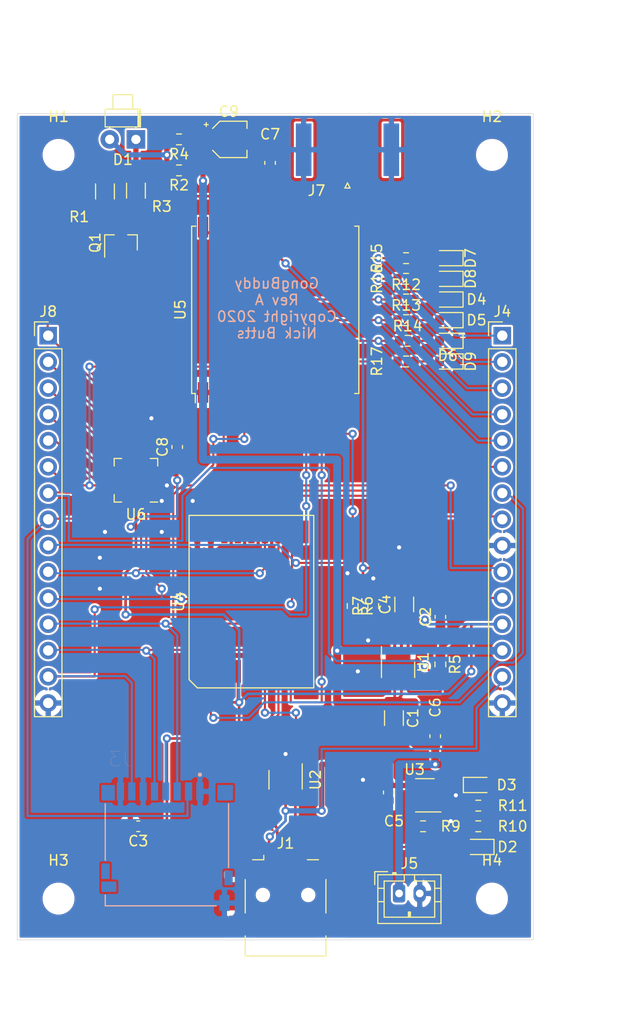
<source format=kicad_pcb>
(kicad_pcb (version 20171130) (host pcbnew "(5.1.7)-1")
  (layers (0 F.Cu signal) (31 B.Cu signal) (34 B.Paste user) (35 F.Paste user) (36 B.SilkS user) (37 F.SilkS user) (38 B.Mask user) (39 F.Mask user) (44 Edge.Cuts user))
  (net 0 "")
  (net 1 GND)
  (net 2 /VBAT)
  (net 3 "Net-(C2-Pad1)")
  (net 4 VCC)
  (net 5 VBUS)
  (net 6 "Net-(D1-Pad2)")
  (net 7 "Net-(D1-Pad1)")
  (net 8 "Net-(D2-Pad1)")
  (net 9 "Net-(D3-Pad2)")
  (net 10 "Net-(D4-Pad2)")
  (net 11 "Net-(D5-Pad2)")
  (net 12 "Net-(D6-Pad2)")
  (net 13 "Net-(D7-Pad2)")
  (net 14 "Net-(D8-Pad2)")
  (net 15 "Net-(D9-Pad2)")
  (net 16 "Net-(J1-Pad4)")
  (net 17 "Net-(J1-Pad3)")
  (net 18 "Net-(J1-Pad2)")
  (net 19 /NRST)
  (net 20 /SWD_IO)
  (net 21 /SWD_CLK)
  (net 22 /VDD_OUT)
  (net 23 /SPI_MISO)
  (net 24 /SPI_MOSI)
  (net 25 /SPI_CLK)
  (net 26 /DIO5)
  (net 27 /DIO4)
  (net 28 /DIO3)
  (net 29 /DIO2)
  (net 30 /DIO1)
  (net 31 /DIO0)
  (net 32 "Net-(J7-Pad1)")
  (net 33 "Net-(J8-Pad5)")
  (net 34 /PG)
  (net 35 /BIG_LED)
  (net 36 /LORA_RESET)
  (net 37 /SD_CS)
  (net 38 "Net-(Q1-Pad3)")
  (net 39 "Net-(R6-Pad2)")
  (net 40 "Net-(R10-Pad2)")
  (net 41 /USB_DP)
  (net 42 /USB_DM)
  (net 43 /LORA_CS)
  (net 44 /I2C_SDA)
  (net 45 /I2C_SCL)
  (net 46 /MIC_CLK)
  (net 47 "Net-(U6-Pad8)")
  (net 48 "Net-(U6-Pad7)")
  (net 49 "Net-(U6-Pad6)")
  (net 50 "Net-(U6-Pad5)")
  (net 51 "Net-(R9-Pad1)")
  (net 52 "Net-(J8-Pad4)")
  (net 53 "Net-(J8-Pad3)")
  (net 54 "Net-(J8-Pad2)")
  (module Resistor_SMD:R_1206_3216Metric (layer F.Cu) (at 41.5 67.4625 270)
    (fp_text reference R3 (at 1.5375 -2.5 180) (layer F.SilkS))
    (fp_text value 50)
    (pad 2 smd roundrect (at 1.4625 0 270) (size 1.125 1.75) (layers F.Cu F.Paste F.Mask) (roundrect_rratio 0.222222) (net 38 "Net-(Q1-Pad3)"))
    (pad 1 smd roundrect (at -1.4625 0 270) (size 1.125 1.75) (layers F.Cu F.Paste F.Mask) (roundrect_rratio 0.222222) (net 7 "Net-(D1-Pad1)"))
  )
  (module Resistor_SMD:R_1206_3216Metric (layer F.Cu) (at 38.5 67.5375 270)
    (fp_text reference R1 (at 2.4625 2.5 180) (layer F.SilkS))
    (fp_text value 50)
    (pad 2 smd roundrect (at 1.4625 0 270) (size 1.125 1.75) (layers F.Cu F.Paste F.Mask) (roundrect_rratio 0.222222) (net 38 "Net-(Q1-Pad3)"))
    (pad 1 smd roundrect (at -1.4625 0 270) (size 1.125 1.75) (layers F.Cu F.Paste F.Mask) (roundrect_rratio 0.222222) (net 7 "Net-(D1-Pad1)"))
  )
  (module Connector_PinHeader_2.54mm:PinHeader_1x15_P2.54mm_Vertical (layer F.Cu) (at 33 81.5)
    (fp_text reference J8 (at 0 -2.33) (layer F.SilkS))
    (fp_text value Conn_01x15)
    (pad 15 thru_hole oval (at 0 35.56) (size 1.7 1.7) (drill 1) (layers *.Cu *.Mask) (net 1 GND))
    (pad 14 thru_hole oval (at 0 33.02) (size 1.7 1.7) (drill 1) (layers *.Cu *.Mask) (net 23 /SPI_MISO))
    (pad 13 thru_hole oval (at 0 30.48) (size 1.7 1.7) (drill 1) (layers *.Cu *.Mask) (net 25 /SPI_CLK))
    (pad 12 thru_hole oval (at 0 27.94) (size 1.7 1.7) (drill 1) (layers *.Cu *.Mask) (net 24 /SPI_MOSI))
    (pad 11 thru_hole oval (at 0 25.4) (size 1.7 1.7) (drill 1) (layers *.Cu *.Mask) (net 44 /I2C_SDA))
    (pad 10 thru_hole oval (at 0 22.86) (size 1.7 1.7) (drill 1) (layers *.Cu *.Mask) (net 45 /I2C_SCL))
    (pad 9 thru_hole oval (at 0 20.32) (size 1.7 1.7) (drill 1) (layers *.Cu *.Mask) (net 43 /LORA_CS))
    (pad 8 thru_hole oval (at 0 17.78) (size 1.7 1.7) (drill 1) (layers *.Cu *.Mask) (net 37 /SD_CS))
    (pad 7 thru_hole oval (at 0 15.24) (size 1.7 1.7) (drill 1) (layers *.Cu *.Mask) (net 34 /PG))
    (pad 6 thru_hole oval (at 0 12.7) (size 1.7 1.7) (drill 1) (layers *.Cu *.Mask) (net 36 /LORA_RESET))
    (pad 5 thru_hole oval (at 0 10.16) (size 1.7 1.7) (drill 1) (layers *.Cu *.Mask) (net 33 "Net-(J8-Pad5)"))
    (pad 4 thru_hole oval (at 0 7.62) (size 1.7 1.7) (drill 1) (layers *.Cu *.Mask) (net 52 "Net-(J8-Pad4)"))
    (pad 3 thru_hole oval (at 0 5.08) (size 1.7 1.7) (drill 1) (layers *.Cu *.Mask) (net 53 "Net-(J8-Pad3)"))
    (pad 2 thru_hole oval (at 0 2.54) (size 1.7 1.7) (drill 1) (layers *.Cu *.Mask) (net 54 "Net-(J8-Pad2)"))
    (pad 1 thru_hole rect (at 0 0) (size 1.7 1.7) (drill 1) (layers *.Cu *.Mask) (net 35 /BIG_LED))
  )
  (module Connector_PinHeader_2.54mm:PinHeader_1x15_P2.54mm_Vertical (layer F.Cu) (at 77 81.5)
    (fp_text reference J4 (at 0 -2.33) (layer F.SilkS))
    (fp_text value Conn_01x15)
    (pad 15 thru_hole oval (at 0 35.56) (size 1.7 1.7) (drill 1) (layers *.Cu *.Mask) (net 1 GND))
    (pad 14 thru_hole oval (at 0 33.02) (size 1.7 1.7) (drill 1) (layers *.Cu *.Mask) (net 5 VBUS))
    (pad 13 thru_hole oval (at 0 30.48) (size 1.7 1.7) (drill 1) (layers *.Cu *.Mask) (net 2 /VBAT))
    (pad 12 thru_hole oval (at 0 27.94) (size 1.7 1.7) (drill 1) (layers *.Cu *.Mask) (net 4 VCC))
    (pad 11 thru_hole oval (at 0 25.4) (size 1.7 1.7) (drill 1) (layers *.Cu *.Mask) (net 19 /NRST))
    (pad 10 thru_hole oval (at 0 22.86) (size 1.7 1.7) (drill 1) (layers *.Cu *.Mask) (net 20 /SWD_IO))
    (pad 9 thru_hole oval (at 0 20.32) (size 1.7 1.7) (drill 1) (layers *.Cu *.Mask) (net 1 GND))
    (pad 8 thru_hole oval (at 0 17.78) (size 1.7 1.7) (drill 1) (layers *.Cu *.Mask) (net 21 /SWD_CLK))
    (pad 7 thru_hole oval (at 0 15.24) (size 1.7 1.7) (drill 1) (layers *.Cu *.Mask) (net 22 /VDD_OUT))
    (pad 6 thru_hole oval (at 0 12.7) (size 1.7 1.7) (drill 1) (layers *.Cu *.Mask) (net 26 /DIO5))
    (pad 5 thru_hole oval (at 0 10.16) (size 1.7 1.7) (drill 1) (layers *.Cu *.Mask) (net 29 /DIO2))
    (pad 4 thru_hole oval (at 0 7.62) (size 1.7 1.7) (drill 1) (layers *.Cu *.Mask) (net 30 /DIO1))
    (pad 3 thru_hole oval (at 0 5.08) (size 1.7 1.7) (drill 1) (layers *.Cu *.Mask) (net 31 /DIO0))
    (pad 2 thru_hole oval (at 0 2.54) (size 1.7 1.7) (drill 1) (layers *.Cu *.Mask) (net 27 /DIO4))
    (pad 1 thru_hole rect (at 0 0) (size 1.7 1.7) (drill 1) (layers *.Cu *.Mask) (net 28 /DIO3))
  )
  (module MountingHole:MountingHole_2.7mm_M2.5 (layer F.Cu) (at 76 136)
    (fp_text reference H4 (at 0 -3.7) (layer F.SilkS))
    (fp_text value MountingHole)
    (pad 1 np_thru_hole circle (at 0 0) (size 2.7 2.7) (drill 2.7) (layers *.Cu *.Mask))
  )
  (module MountingHole:MountingHole_2.7mm_M2.5 (layer F.Cu) (at 34 136)
    (fp_text reference H3 (at 0 -3.7) (layer F.SilkS))
    (fp_text value MountingHole)
    (pad 1 np_thru_hole circle (at 0 0) (size 2.7 2.7) (drill 2.7) (layers *.Cu *.Mask))
  )
  (module MountingHole:MountingHole_2.7mm_M2.5 (layer F.Cu) (at 76 64)
    (fp_text reference H2 (at 0 -3.7) (layer F.SilkS))
    (fp_text value MountingHole)
    (pad 1 np_thru_hole circle (at 0 0) (size 2.7 2.7) (drill 2.7) (layers *.Cu *.Mask))
  )
  (module MountingHole:MountingHole_2.7mm_M2.5 (layer F.Cu) (at 34 64)
    (fp_text reference H1 (at 0 -3.7) (layer F.SilkS))
    (fp_text value MountingHole)
    (pad 1 np_thru_hole circle (at 0 0) (size 2.7 2.7) (drill 2.7) (layers *.Cu *.Mask))
  )
  (module LED_THT:LED_D1.8mm_W1.8mm_H2.4mm_Horizontal_O1.27mm_Z1.6mm (layer F.Cu) (at 41.5 62.5 180)
    (fp_text reference D1 (at 1.27 -1.96) (layer F.SilkS))
    (fp_text value LED)
    (pad 2 thru_hole circle (at 2.54 0 180) (size 1.8 1.8) (drill 0.9) (layers *.Cu *.Mask) (net 6 "Net-(D1-Pad2)"))
    (pad 1 thru_hole rect (at 0 0 180) (size 1.8 1.8) (drill 0.9) (layers *.Cu *.Mask) (net 7 "Net-(D1-Pad1)"))
  )
  (module Capacitor_SMD:CP_Elec_3x5.3 (layer F.Cu) (at 50.5 62.5)
    (fp_text reference C9 (at 0 -2.7) (layer F.SilkS))
    (fp_text value 100u)
    (pad 2 smd rect (at 1.5 0) (size 2.2 1.6) (layers F.Cu F.Paste F.Mask) (net 1 GND))
    (pad 1 smd rect (at -1.5 0) (size 2.2 1.6) (layers F.Cu F.Paste F.Mask) (net 2 /VBAT))
  )
  (module Capacitor_SMD:C_1206_3216Metric (layer F.Cu) (at 67.5 107.525 90)
    (fp_text reference C4 (at 0 -1.85 90) (layer F.SilkS))
    (fp_text value 22u)
    (pad 2 smd roundrect (at 1.475 0 90) (size 1.15 1.8) (layers F.Cu F.Paste F.Mask) (roundrect_rratio 0.217391) (net 1 GND))
    (pad 1 smd roundrect (at -1.475 0 90) (size 1.15 1.8) (layers F.Cu F.Paste F.Mask) (roundrect_rratio 0.217391) (net 4 VCC))
  )
  (module Capacitor_SMD:C_1206_3216Metric (layer F.Cu) (at 66.5 118.525 270)
    (fp_text reference C1 (at 0 -1.85 90) (layer F.SilkS))
    (fp_text value 22u)
    (pad 2 smd roundrect (at 1.475 0 270) (size 1.15 1.8) (layers F.Cu F.Paste F.Mask) (roundrect_rratio 0.217391) (net 1 GND))
    (pad 1 smd roundrect (at -1.475 0 270) (size 1.15 1.8) (layers F.Cu F.Paste F.Mask) (roundrect_rratio 0.217391) (net 2 /VBAT))
  )
  (module Resistor_SMD:R_0603_1608Metric (layer F.Cu) (at 67.825 82)
    (fp_text reference R14 (at 0 -1.43) (layer F.SilkS))
    (fp_text value 330)
    (pad 2 smd roundrect (at 0.825 0) (size 0.8 0.95) (layers F.Cu F.Paste F.Mask) (net 12 "Net-(D6-Pad2)"))
    (pad 1 smd roundrect (at -0.825 0) (size 0.8 0.95) (layers F.Cu F.Paste F.Mask) (net 29 /DIO2))
  )
  (module LED_SMD:LED_0603_1608Metric (layer F.Cu) (at 71.7125 82 180)
    (fp_text reference D6 (at 0 -1.43) (layer F.SilkS))
    (fp_text value LED)
    (pad 2 smd roundrect (at 0.7875 0 180) (size 0.875 0.95) (layers F.Cu F.Paste F.Mask) (net 12 "Net-(D6-Pad2)"))
    (pad 1 smd roundrect (at -0.7875 0 180) (size 0.875 0.95) (layers F.Cu F.Paste F.Mask) (net 1 GND))
  )
  (module Capacitor_SMD:C_0603_1608Metric (layer F.Cu) (at 66 125.725 270)
    (fp_text reference C5 (at 2.775 -0.5 180) (layer F.SilkS))
    (fp_text value 10u)
    (pad 2 smd roundrect (at 0.775 0 270) (size 0.9 0.95) (layers F.Cu F.Paste F.Mask) (net 1 GND))
    (pad 1 smd roundrect (at -0.775 0 270) (size 0.9 0.95) (layers F.Cu F.Paste F.Mask) (net 5 VBUS))
  )
  (module Package_TO_SOT_SMD:SOT-23-5 (layer F.Cu) (at 69.5 126 180)
    (fp_text reference U3 (at 1 2.5) (layer F.SilkS))
    (fp_text value MCP73831T-2ACI_OT)
    (pad 5 smd rect (at 1.1 -0.95 180) (size 1.06 0.65) (layers F.Cu F.Paste F.Mask) (net 51 "Net-(R9-Pad1)"))
    (pad 4 smd rect (at 1.1 0.95 180) (size 1.06 0.65) (layers F.Cu F.Paste F.Mask) (net 5 VBUS))
    (pad 3 smd rect (at -1.1 0.95 180) (size 1.06 0.65) (layers F.Cu F.Paste F.Mask) (net 2 /VBAT))
    (pad 2 smd rect (at -1.1 0 180) (size 1.06 0.65) (layers F.Cu F.Paste F.Mask) (net 1 GND))
    (pad 1 smd rect (at -1.1 -0.95 180) (size 1.06 0.65) (layers F.Cu F.Paste F.Mask) (net 40 "Net-(R10-Pad2)"))
  )
  (module KicadFootprint:AMPHENOL_1140084168 (layer B.Cu) (at 44.5 126.5)
    (fp_text reference J3 (at -4.5 -4 180) (layer B.SilkS) (effects (font (size 1.4 1.4) (thickness 0.015)) (justify mirror)))
    (fp_text value 2908-05WB-MG)
    (pad 1 smd rect (at 3.2 -0.875) (size 0.7 1.75) (layers B.Cu B.Paste B.Mask) (net 1 GND))
    (pad 2 smd rect (at 2.1 -0.875) (size 0.7 1.75) (layers B.Cu B.Paste B.Mask) (net 37 /SD_CS))
    (pad 3 smd rect (at 1 -0.875) (size 0.7 1.75) (layers B.Cu B.Paste B.Mask) (net 24 /SPI_MOSI))
    (pad 4 smd rect (at -0.1 -0.875) (size 0.7 1.75) (layers B.Cu B.Paste B.Mask) (net 4 VCC))
    (pad 5 smd rect (at -1.2 -0.875) (size 0.7 1.75) (layers B.Cu B.Paste B.Mask) (net 25 /SPI_CLK))
    (pad 6 smd rect (at -2.3 -0.875) (size 0.7 1.75) (layers B.Cu B.Paste B.Mask) (net 1 GND))
    (pad 7 smd rect (at -3.4 -0.875) (size 0.7 1.75) (layers B.Cu B.Paste B.Mask) (net 23 /SPI_MISO))
    (pad 8 smd rect (at -4.5 -0.875) (size 0.7 1.75) (layers B.Cu B.Paste B.Mask) (net 1 GND))
    (pad 9 smd rect (at 5.575 9.925) (size 1 1.55) (layers B.Cu B.Paste B.Mask) (net 1 GND))
    (pad 10 smd rect (at -5.625 8.35) (size 1.45 1) (layers B.Cu B.Paste B.Mask))
    (pad S1 smd rect (at 5.65 -0.75) (size 1.5 1.5) (layers B.Cu B.Paste B.Mask))
    (pad S2 smd rect (at -5.7 -0.75) (size 1.3 1.5) (layers B.Cu B.Paste B.Mask))
    (pad S3 smd rect (at 5.975 7.5) (size 0.8 1.4) (layers B.Cu B.Paste B.Mask))
    (pad S4 smd rect (at -5.95 6.85) (size 0.8 1.5) (layers B.Cu B.Paste B.Mask))
  )
  (module Package_DFN_QFN:QFN-20-1EP_4x4mm_P0.5mm_EP2.7x2.7mm (layer F.Cu) (at 41.5 95.5 180)
    (fp_text reference U6 (at 0 -3.3) (layer F.SilkS))
    (fp_text value MCP23008-xML)
    (pad 21 smd rect (at 0 0 180) (size 2.7 2.7) (layers F.Cu F.Mask))
    (pad 20 smd roundrect (at -1 -1.95 180) (size 0.25 0.8) (layers F.Cu F.Paste F.Mask) (net 44 /I2C_SDA))
    (pad 19 smd roundrect (at -0.5 -1.95 180) (size 0.25 0.8) (layers F.Cu F.Paste F.Mask) (net 45 /I2C_SCL))
    (pad 18 smd roundrect (at 0 -1.95 180) (size 0.25 0.8) (layers F.Cu F.Paste F.Mask) (net 4 VCC))
    (pad 17 smd roundrect (at 0.5 -1.95 180) (size 0.25 0.8) (layers F.Cu F.Paste F.Mask) (net 1 GND))
    (pad 16 smd roundrect (at 1 -1.95 180) (size 0.25 0.8) (layers F.Cu F.Paste F.Mask) (net 37 /SD_CS))
    (pad 15 smd roundrect (at 1.95 -1 180) (size 0.8 0.25) (layers F.Cu F.Paste F.Mask) (net 34 /PG))
    (pad 14 smd roundrect (at 1.95 -0.5 180) (size 0.8 0.25) (layers F.Cu F.Paste F.Mask) (net 36 /LORA_RESET))
    (pad 13 smd roundrect (at 1.95 0 180) (size 0.8 0.25) (layers F.Cu F.Paste F.Mask) (net 33 "Net-(J8-Pad5)"))
    (pad 12 smd roundrect (at 1.95 0.5 180) (size 0.8 0.25) (layers F.Cu F.Paste F.Mask) (net 52 "Net-(J8-Pad4)"))
    (pad 11 smd roundrect (at 1.95 1 180) (size 0.8 0.25) (layers F.Cu F.Paste F.Mask) (net 53 "Net-(J8-Pad3)"))
    (pad 10 smd roundrect (at 1 1.95 180) (size 0.25 0.8) (layers F.Cu F.Paste F.Mask) (net 54 "Net-(J8-Pad2)"))
    (pad 9 smd roundrect (at 0.5 1.95 180) (size 0.25 0.8) (layers F.Cu F.Paste F.Mask) (net 35 /BIG_LED))
    (pad 8 smd roundrect (at 0 1.95 180) (size 0.25 0.8) (layers F.Cu F.Paste F.Mask) (net 47 "Net-(U6-Pad8)"))
    (pad 7 smd roundrect (at -0.5 1.95 180) (size 0.25 0.8) (layers F.Cu F.Paste F.Mask) (net 48 "Net-(U6-Pad7)"))
    (pad 6 smd roundrect (at -1 1.95 180) (size 0.25 0.8) (layers F.Cu F.Paste F.Mask) (net 49 "Net-(U6-Pad6)"))
    (pad 5 smd roundrect (at -1.95 1 180) (size 0.8 0.25) (layers F.Cu F.Paste F.Mask) (net 50 "Net-(U6-Pad5)"))
    (pad 4 smd roundrect (at -1.95 0.5 180) (size 0.8 0.25) (layers F.Cu F.Paste F.Mask) (net 4 VCC))
    (pad 3 smd roundrect (at -1.95 0 180) (size 0.8 0.25) (layers F.Cu F.Paste F.Mask) (net 1 GND))
    (pad 2 smd roundrect (at -1.95 -0.5 180) (size 0.8 0.25) (layers F.Cu F.Paste F.Mask) (net 1 GND))
    (pad 1 smd roundrect (at -1.95 -1 180) (size 0.8 0.25) (layers F.Cu F.Paste F.Mask) (net 1 GND))
  )
  (module RF_Module:HOPERF_RFM9XW_SMD (layer F.Cu) (at 55 79 90)
    (fp_text reference U5 (at 0 -9.2 90) (layer F.SilkS))
    (fp_text value RFM95W-915S2)
    (pad 16 smd rect (at 8 -7 90) (size 2 1) (layers F.Cu F.Paste F.Mask) (net 29 /DIO2))
    (pad 15 smd rect (at 8 -5 90) (size 2 1) (layers F.Cu F.Paste F.Mask) (net 30 /DIO1))
    (pad 14 smd rect (at 8 -3 90) (size 2 1) (layers F.Cu F.Paste F.Mask) (net 31 /DIO0))
    (pad 13 smd rect (at 8 -1 90) (size 2 1) (layers F.Cu F.Paste F.Mask) (net 4 VCC))
    (pad 12 smd rect (at 8 1 90) (size 2 1) (layers F.Cu F.Paste F.Mask) (net 27 /DIO4))
    (pad 11 smd rect (at 8 3 90) (size 2 1) (layers F.Cu F.Paste F.Mask) (net 28 /DIO3))
    (pad 10 smd rect (at 8 5 90) (size 2 1) (layers F.Cu F.Paste F.Mask) (net 1 GND))
    (pad 9 smd rect (at 8 7 90) (size 2 1) (layers F.Cu F.Paste F.Mask) (net 32 "Net-(J7-Pad1)"))
    (pad 8 smd rect (at -8 7 90) (size 2 1) (layers F.Cu F.Paste F.Mask) (net 1 GND))
    (pad 7 smd rect (at -8 5 90) (size 2 1) (layers F.Cu F.Paste F.Mask) (net 26 /DIO5))
    (pad 6 smd rect (at -8 3 90) (size 2 1) (layers F.Cu F.Paste F.Mask) (net 36 /LORA_RESET))
    (pad 5 smd rect (at -8 1 90) (size 2 1) (layers F.Cu F.Paste F.Mask) (net 43 /LORA_CS))
    (pad 4 smd rect (at -8 -1 90) (size 2 1) (layers F.Cu F.Paste F.Mask) (net 25 /SPI_CLK))
    (pad 3 smd rect (at -8 -3 90) (size 2 1) (layers F.Cu F.Paste F.Mask) (net 24 /SPI_MOSI))
    (pad 2 smd rect (at -8 -5 90) (size 2 1) (layers F.Cu F.Paste F.Mask) (net 23 /SPI_MISO))
    (pad 1 smd rect (at -8 -7 90) (size 2 1) (layers F.Cu F.Paste F.Mask) (net 1 GND))
  )
  (module KicadFootprint:ST_Sensortile (layer F.Cu) (at 52.69 107.25)
    (fp_text reference U4 (at -7.04 0 90) (layer F.SilkS))
    (fp_text value ST_Sensortile)
    (pad 9 smd rect (at 5.24 6.75) (size 0.6 2.2) (layers F.Cu F.Paste F.Mask) (net 24 /SPI_MOSI))
    (pad 10 smd rect (at 5.24 -6.75) (size 0.6 2.2) (layers F.Cu F.Paste F.Mask) (net 23 /SPI_MISO))
    (pad 8 smd rect (at 3.93 6.75) (size 0.6 2.2) (layers F.Cu F.Paste F.Mask) (net 25 /SPI_CLK))
    (pad 11 smd rect (at 3.93 -6.75) (size 0.6 2.2) (layers F.Cu F.Paste F.Mask) (net 43 /LORA_CS))
    (pad 7 smd rect (at 2.62 6.75) (size 0.6 2.2) (layers F.Cu F.Paste F.Mask) (net 42 /USB_DM))
    (pad 12 smd rect (at 2.62 -6.75) (size 0.6 2.2) (layers F.Cu F.Paste F.Mask) (net 44 /I2C_SDA))
    (pad 6 smd rect (at 1.31 6.75) (size 0.6 2.2) (layers F.Cu F.Paste F.Mask) (net 41 /USB_DP))
    (pad 13 smd rect (at 1.31 -6.75) (size 0.6 2.2) (layers F.Cu F.Paste F.Mask) (net 45 /I2C_SCL))
    (pad 5 smd rect (at 0 6.75) (size 0.6 2.2) (layers F.Cu F.Paste F.Mask) (net 1 GND))
    (pad 14 smd rect (at 0 -6.75) (size 0.6 2.2) (layers F.Cu F.Paste F.Mask) (net 19 /NRST))
    (pad 4 smd rect (at -1.31 6.75) (size 0.6 2.2) (layers F.Cu F.Paste F.Mask) (net 4 VCC))
    (pad 15 smd rect (at -1.31 -6.75) (size 0.6 2.2) (layers F.Cu F.Paste F.Mask) (net 21 /SWD_CLK))
    (pad 3 smd rect (at -2.62 6.75) (size 0.6 2.2) (layers F.Cu F.Paste F.Mask) (net 4 VCC))
    (pad 16 smd rect (at -2.62 -6.75) (size 0.6 2.2) (layers F.Cu F.Paste F.Mask) (net 20 /SWD_IO))
    (pad 2 smd rect (at -3.93 6.75) (size 0.6 2.2) (layers F.Cu F.Paste F.Mask) (net 22 /VDD_OUT))
    (pad 17 smd rect (at -3.93 -6.75) (size 0.6 2.2) (layers F.Cu F.Paste F.Mask) (net 1 GND))
    (pad 1 smd rect (at -5.24 6.75) (size 0.6 2.2) (layers F.Cu F.Paste F.Mask) (net 46 /MIC_CLK))
    (pad 18 smd rect (at -5.24 -6.75) (size 0.6 2.2) (layers F.Cu F.Paste F.Mask) (net 1 GND))
  )
  (module Package_TO_SOT_SMD:SOT-23-6 (layer F.Cu) (at 56 124.5 270)
    (fp_text reference U2 (at 0 -2.9 90) (layer F.SilkS))
    (fp_text value USBLC6-2SC6)
    (pad 5 smd rect (at 1.1 0 270) (size 1.06 0.65) (layers F.Cu F.Paste F.Mask) (net 5 VBUS))
    (pad 6 smd rect (at 1.1 -0.95 270) (size 1.06 0.65) (layers F.Cu F.Paste F.Mask) (net 17 "Net-(J1-Pad3)"))
    (pad 4 smd rect (at 1.1 0.95 270) (size 1.06 0.65) (layers F.Cu F.Paste F.Mask) (net 18 "Net-(J1-Pad2)"))
    (pad 3 smd rect (at -1.1 0.95 270) (size 1.06 0.65) (layers F.Cu F.Paste F.Mask) (net 42 /USB_DM))
    (pad 2 smd rect (at -1.1 0 270) (size 1.06 0.65) (layers F.Cu F.Paste F.Mask) (net 1 GND))
    (pad 1 smd rect (at -1.1 -0.95 270) (size 1.06 0.65) (layers F.Cu F.Paste F.Mask) (net 41 /USB_DP))
  )
  (module Package_SON:HVSON-8-1EP_3x3mm_P0.65mm_EP1.6x2.4mm (layer F.Cu) (at 66.9 113.1 270)
    (fp_text reference U1 (at 0 -2.45 90) (layer F.SilkS))
    (fp_text value TPS7A19)
    (pad 9 smd rect (at 0 0 270) (size 1.6 2.4) (layers F.Cu F.Mask) (net 1 GND))
    (pad 8 smd roundrect (at 1.45 -0.975 270) (size 0.85 0.3) (layers F.Cu F.Paste F.Mask) (net 34 /PG))
    (pad 7 smd roundrect (at 1.45 -0.325 270) (size 0.85 0.3) (layers F.Cu F.Paste F.Mask) (net 2 /VBAT))
    (pad 6 smd roundrect (at 1.45 0.325 270) (size 0.85 0.3) (layers F.Cu F.Paste F.Mask) (net 2 /VBAT))
    (pad 5 smd roundrect (at 1.45 0.975 270) (size 0.85 0.3) (layers F.Cu F.Paste F.Mask) (net 1 GND))
    (pad 4 smd roundrect (at -1.45 0.975 270) (size 0.85 0.3) (layers F.Cu F.Paste F.Mask) (net 1 GND))
    (pad 3 smd roundrect (at -1.45 0.325 270) (size 0.85 0.3) (layers F.Cu F.Paste F.Mask) (net 39 "Net-(R6-Pad2)"))
    (pad 2 smd roundrect (at -1.45 -0.325 270) (size 0.85 0.3) (layers F.Cu F.Paste F.Mask) (net 4 VCC))
    (pad 1 smd roundrect (at -1.45 -0.975 270) (size 0.85 0.3) (layers F.Cu F.Paste F.Mask) (net 3 "Net-(C2-Pad1)"))
  )
  (module Resistor_SMD:R_0603_1608Metric (layer F.Cu) (at 67.675 84)
    (fp_text reference R17 (at -2.825 0 270) (layer F.SilkS))
    (fp_text value 330)
    (pad 2 smd roundrect (at 0.825 0) (size 0.8 0.95) (layers F.Cu F.Paste F.Mask) (net 15 "Net-(D9-Pad2)"))
    (pad 1 smd roundrect (at -0.825 0) (size 0.8 0.95) (layers F.Cu F.Paste F.Mask) (net 26 /DIO5))
  )
  (module Resistor_SMD:R_0603_1608Metric (layer F.Cu) (at 67.675 76)
    (fp_text reference R16 (at -2.825 0 270) (layer F.SilkS))
    (fp_text value 330)
    (pad 2 smd roundrect (at 0.825 0) (size 0.8 0.95) (layers F.Cu F.Paste F.Mask) (net 14 "Net-(D8-Pad2)"))
    (pad 1 smd roundrect (at -0.825 0) (size 0.8 0.95) (layers F.Cu F.Paste F.Mask) (net 27 /DIO4))
  )
  (module Resistor_SMD:R_0603_1608Metric (layer F.Cu) (at 67.675 74)
    (fp_text reference R15 (at -2.825 0 270) (layer F.SilkS))
    (fp_text value 330)
    (pad 2 smd roundrect (at 0.825 0) (size 0.8 0.95) (layers F.Cu F.Paste F.Mask) (net 13 "Net-(D7-Pad2)"))
    (pad 1 smd roundrect (at -0.825 0) (size 0.8 0.95) (layers F.Cu F.Paste F.Mask) (net 28 /DIO3))
  )
  (module Resistor_SMD:R_0603_1608Metric (layer F.Cu) (at 67.675 80)
    (fp_text reference R13 (at 0 -1.43) (layer F.SilkS))
    (fp_text value 330)
    (pad 2 smd roundrect (at 0.825 0) (size 0.8 0.95) (layers F.Cu F.Paste F.Mask) (net 11 "Net-(D5-Pad2)"))
    (pad 1 smd roundrect (at -0.825 0) (size 0.8 0.95) (layers F.Cu F.Paste F.Mask) (net 30 /DIO1))
  )
  (module Resistor_SMD:R_0603_1608Metric (layer F.Cu) (at 67.675 78)
    (fp_text reference R12 (at 0 -1.43) (layer F.SilkS))
    (fp_text value 330)
    (pad 2 smd roundrect (at 0.825 0) (size 0.8 0.95) (layers F.Cu F.Paste F.Mask) (net 10 "Net-(D4-Pad2)"))
    (pad 1 smd roundrect (at -0.825 0) (size 0.8 0.95) (layers F.Cu F.Paste F.Mask) (net 31 /DIO0))
  )
  (module Resistor_SMD:R_0603_1608Metric (layer F.Cu) (at 74.675 127)
    (fp_text reference R11 (at 3.325 0) (layer F.SilkS))
    (fp_text value 330)
    (pad 2 smd roundrect (at 0.825 0) (size 0.8 0.95) (layers F.Cu F.Paste F.Mask) (net 9 "Net-(D3-Pad2)"))
    (pad 1 smd roundrect (at -0.825 0) (size 0.8 0.95) (layers F.Cu F.Paste F.Mask) (net 40 "Net-(R10-Pad2)"))
  )
  (module Resistor_SMD:R_0603_1608Metric (layer F.Cu) (at 74.675 129 180)
    (fp_text reference R10 (at -3.325 0) (layer F.SilkS))
    (fp_text value 330)
    (pad 2 smd roundrect (at 0.825 0 180) (size 0.8 0.95) (layers F.Cu F.Paste F.Mask) (net 40 "Net-(R10-Pad2)"))
    (pad 1 smd roundrect (at -0.825 0 180) (size 0.8 0.95) (layers F.Cu F.Paste F.Mask) (net 8 "Net-(D2-Pad1)"))
  )
  (module Resistor_SMD:R_0603_1608Metric (layer F.Cu) (at 69.325 129)
    (fp_text reference R9 (at 2.675 0) (layer F.SilkS))
    (fp_text value 2k)
    (pad 2 smd roundrect (at 0.825 0) (size 0.8 0.95) (layers F.Cu F.Paste F.Mask) (net 1 GND))
    (pad 1 smd roundrect (at -0.825 0) (size 0.8 0.95) (layers F.Cu F.Paste F.Mask) (net 51 "Net-(R9-Pad1)"))
  )
  (module Resistor_SMD:R_0603_1608Metric (layer F.Cu) (at 64.5 107.675 90)
    (fp_text reference R7 (at 0 -1.43 90) (layer F.SilkS))
    (fp_text value 11k)
    (pad 2 smd roundrect (at 0.825 0 90) (size 0.8 0.95) (layers F.Cu F.Paste F.Mask) (net 1 GND))
    (pad 1 smd roundrect (at -0.825 0 90) (size 0.8 0.95) (layers F.Cu F.Paste F.Mask) (net 39 "Net-(R6-Pad2)"))
  )
  (module Resistor_SMD:R_0603_1608Metric (layer F.Cu) (at 62.5 107.675 270)
    (fp_text reference R6 (at 0 -1.43 90) (layer F.SilkS))
    (fp_text value 15.8k)
    (pad 2 smd roundrect (at 0.825 0 270) (size 0.8 0.95) (layers F.Cu F.Paste F.Mask) (net 39 "Net-(R6-Pad2)"))
    (pad 1 smd roundrect (at -0.825 0 270) (size 0.8 0.95) (layers F.Cu F.Paste F.Mask) (net 4 VCC))
  )
  (module Resistor_SMD:R_0603_1608Metric (layer F.Cu) (at 71 113.325 270)
    (fp_text reference R5 (at 0 -1.43 90) (layer F.SilkS))
    (fp_text value 10k)
    (pad 2 smd roundrect (at 0.825 0 270) (size 0.8 0.95) (layers F.Cu F.Paste F.Mask) (net 34 /PG))
    (pad 1 smd roundrect (at -0.825 0 270) (size 0.8 0.95) (layers F.Cu F.Paste F.Mask) (net 4 VCC))
  )
  (module Resistor_SMD:R_0603_1608Metric (layer F.Cu) (at 45.675 62.5 180)
    (fp_text reference R4 (at 0 -1.43) (layer F.SilkS))
    (fp_text value 0)
    (pad 2 smd roundrect (at 0.825 0 180) (size 0.8 0.95) (layers F.Cu F.Paste F.Mask) (net 6 "Net-(D1-Pad2)"))
    (pad 1 smd roundrect (at -0.825 0 180) (size 0.8 0.95) (layers F.Cu F.Paste F.Mask) (net 2 /VBAT))
  )
  (module Resistor_SMD:R_0603_1608Metric (layer F.Cu) (at 45.675 65.5 180)
    (fp_text reference R2 (at 0 -1.43) (layer F.SilkS))
    (fp_text value 0)
    (pad 2 smd roundrect (at 0.825 0 180) (size 0.8 0.95) (layers F.Cu F.Paste F.Mask) (net 6 "Net-(D1-Pad2)"))
    (pad 1 smd roundrect (at -0.825 0 180) (size 0.8 0.95) (layers F.Cu F.Paste F.Mask) (net 4 VCC))
  )
  (module Package_TO_SOT_SMD:SOT-23 (layer F.Cu) (at 40.05 72.5 90)
    (fp_text reference Q1 (at 0 -2.5 90) (layer F.SilkS))
    (fp_text value MMBT3904)
    (pad 3 smd rect (at 1 0 90) (size 0.9 0.8) (layers F.Cu F.Paste F.Mask) (net 38 "Net-(Q1-Pad3)"))
    (pad 2 smd rect (at -1 0.95 90) (size 0.9 0.8) (layers F.Cu F.Paste F.Mask) (net 1 GND))
    (pad 1 smd rect (at -1 -0.95 90) (size 0.9 0.8) (layers F.Cu F.Paste F.Mask) (net 35 /BIG_LED))
  )
  (module Connector_Coaxial:SMA_Amphenol_132289_EdgeMount (layer F.Cu) (at 62 63.5 90)
    (fp_text reference J7 (at -3.96 -3) (layer F.SilkS))
    (fp_text value Conn_Coaxial)
    (pad 1 smd rect (at 0 0 180) (size 1.5 5.08) (layers F.Cu F.Paste F.Mask) (net 32 "Net-(J7-Pad1)"))
    (pad 2 smd rect (at 0 -4.25 180) (size 1.5 5.08) (layers F.Cu F.Paste F.Mask) (net 1 GND))
    (pad 2 smd rect (at 0 4.25 180) (size 1.5 5.08) (layers F.Cu F.Paste F.Mask) (net 1 GND))
    (pad 2 smd rect (at 0 -4.25 180) (size 1.5 5.08) (layers B.Cu B.Paste B.Mask) (net 1 GND))
    (pad 2 smd rect (at 0 4.25 180) (size 1.5 5.08) (layers B.Cu B.Paste B.Mask) (net 1 GND))
  )
  (module Connector_JST:JST_PH_B2B-PH-K_1x02_P2.00mm_Vertical (layer F.Cu) (at 67 135.5)
    (fp_text reference J5 (at 1 -2.9) (layer F.SilkS))
    (fp_text value Conn_01x02)
    (pad 2 thru_hole oval (at 2 0) (size 1.2 1.75) (drill 0.75) (layers *.Cu *.Mask) (net 1 GND))
    (pad 1 thru_hole roundrect (at 0 0) (size 1.2 1.75) (drill 0.75) (layers *.Cu *.Mask) (roundrect_rratio 0.208333) (net 2 /VBAT))
  )
  (module Connector_USB:USB_Mini-B_Lumberg_2486_01_Horizontal (layer F.Cu) (at 56 135.65)
    (fp_text reference J1 (at 0 -5) (layer F.SilkS))
    (fp_text value USB_B_Mini)
    (pad "" np_thru_hole circle (at 2.2 0) (size 1 1) (drill 1) (layers *.Cu *.Mask))
    (pad "" np_thru_hole circle (at -2.2 0) (size 1 1) (drill 1) (layers *.Cu *.Mask))
    (pad 6 smd rect (at 4.45 2.85) (size 2 1.7) (layers F.Cu F.Paste F.Mask) (net 1 GND))
    (pad 6 smd rect (at 4.45 -2.6) (size 2 1.7) (layers F.Cu F.Paste F.Mask) (net 1 GND))
    (pad 6 smd rect (at -4.45 2.85) (size 2 1.7) (layers F.Cu F.Paste F.Mask) (net 1 GND))
    (pad 6 smd rect (at -4.45 -2.6) (size 2 1.7) (layers F.Cu F.Paste F.Mask) (net 1 GND))
    (pad 5 smd rect (at 1.6 -2.7) (size 0.5 2) (layers F.Cu F.Paste F.Mask) (net 1 GND))
    (pad 4 smd rect (at 0.8 -2.7) (size 0.5 2) (layers F.Cu F.Paste F.Mask) (net 16 "Net-(J1-Pad4)"))
    (pad 3 smd rect (at 0 -2.7) (size 0.5 2) (layers F.Cu F.Paste F.Mask) (net 17 "Net-(J1-Pad3)"))
    (pad 2 smd rect (at -0.8 -2.7) (size 0.5 2) (layers F.Cu F.Paste F.Mask) (net 18 "Net-(J1-Pad2)"))
    (pad 1 smd rect (at -1.6 -2.7) (size 0.5 2) (layers F.Cu F.Paste F.Mask) (net 5 VBUS))
  )
  (module LED_SMD:LED_0603_1608Metric (layer F.Cu) (at 71.7125 84 180)
    (fp_text reference D9 (at -2.2125 0 270) (layer F.SilkS))
    (fp_text value LED)
    (pad 2 smd roundrect (at 0.7875 0 180) (size 0.875 0.95) (layers F.Cu F.Paste F.Mask) (net 15 "Net-(D9-Pad2)"))
    (pad 1 smd roundrect (at -0.7875 0 180) (size 0.875 0.95) (layers F.Cu F.Paste F.Mask) (net 1 GND))
  )
  (module LED_SMD:LED_0603_1608Metric (layer F.Cu) (at 71.7125 76 180)
    (fp_text reference D8 (at -2.2125 0 270) (layer F.SilkS))
    (fp_text value LED)
    (pad 2 smd roundrect (at 0.7875 0 180) (size 0.875 0.95) (layers F.Cu F.Paste F.Mask) (net 14 "Net-(D8-Pad2)"))
    (pad 1 smd roundrect (at -0.7875 0 180) (size 0.875 0.95) (layers F.Cu F.Paste F.Mask) (net 1 GND))
  )
  (module LED_SMD:LED_0603_1608Metric (layer F.Cu) (at 71.7125 74 180)
    (fp_text reference D7 (at -2.2125 0 270) (layer F.SilkS))
    (fp_text value LED)
    (pad 2 smd roundrect (at 0.7875 0 180) (size 0.875 0.95) (layers F.Cu F.Paste F.Mask) (net 13 "Net-(D7-Pad2)"))
    (pad 1 smd roundrect (at -0.7875 0 180) (size 0.875 0.95) (layers F.Cu F.Paste F.Mask) (net 1 GND))
  )
  (module LED_SMD:LED_0603_1608Metric (layer F.Cu) (at 71.7125 80 180)
    (fp_text reference D5 (at -2.7875 0) (layer F.SilkS))
    (fp_text value LED)
    (pad 2 smd roundrect (at 0.7875 0 180) (size 0.875 0.95) (layers F.Cu F.Paste F.Mask) (net 11 "Net-(D5-Pad2)"))
    (pad 1 smd roundrect (at -0.7875 0 180) (size 0.875 0.95) (layers F.Cu F.Paste F.Mask) (net 1 GND))
  )
  (module LED_SMD:LED_0603_1608Metric (layer F.Cu) (at 71.7125 78 180)
    (fp_text reference D4 (at -2.7875 0) (layer F.SilkS))
    (fp_text value LED)
    (pad 2 smd roundrect (at 0.7875 0 180) (size 0.875 0.95) (layers F.Cu F.Paste F.Mask) (net 10 "Net-(D4-Pad2)"))
    (pad 1 smd roundrect (at -0.7875 0 180) (size 0.875 0.95) (layers F.Cu F.Paste F.Mask) (net 1 GND))
  )
  (module LED_SMD:LED_0603_1608Metric (layer F.Cu) (at 74.7125 125)
    (fp_text reference D3 (at 2.7125 0) (layer F.SilkS))
    (fp_text value LED)
    (pad 2 smd roundrect (at 0.7875 0) (size 0.875 0.95) (layers F.Cu F.Paste F.Mask) (net 9 "Net-(D3-Pad2)"))
    (pad 1 smd roundrect (at -0.7875 0) (size 0.875 0.95) (layers F.Cu F.Paste F.Mask) (net 1 GND))
  )
  (module LED_SMD:LED_0603_1608Metric (layer F.Cu) (at 74.7125 131 180)
    (fp_text reference D2 (at -2.7875 0) (layer F.SilkS))
    (fp_text value LED)
    (pad 2 smd roundrect (at 0.7875 0 180) (size 0.875 0.95) (layers F.Cu F.Paste F.Mask) (net 5 VBUS))
    (pad 1 smd roundrect (at -0.7875 0 180) (size 0.875 0.95) (layers F.Cu F.Paste F.Mask) (net 8 "Net-(D2-Pad1)"))
  )
  (module Capacitor_SMD:C_0603_1608Metric (layer F.Cu) (at 45.5 92.275 90)
    (fp_text reference C8 (at 0 -1.43 90) (layer F.SilkS))
    (fp_text value 0.1u)
    (pad 2 smd roundrect (at 0.775 0 90) (size 0.9 0.95) (layers F.Cu F.Paste F.Mask) (net 1 GND))
    (pad 1 smd roundrect (at -0.775 0 90) (size 0.9 0.95) (layers F.Cu F.Paste F.Mask) (net 4 VCC))
  )
  (module Capacitor_SMD:C_0603_1608Metric (layer F.Cu) (at 54.5 64.775 90)
    (fp_text reference C7 (at 2.775 0 180) (layer F.SilkS))
    (fp_text value 22u)
    (pad 2 smd roundrect (at 0.775 0 90) (size 0.9 0.95) (layers F.Cu F.Paste F.Mask) (net 1 GND))
    (pad 1 smd roundrect (at -0.775 0 90) (size 0.9 0.95) (layers F.Cu F.Paste F.Mask) (net 4 VCC))
  )
  (module Capacitor_SMD:C_0603_1608Metric (layer F.Cu) (at 70.5 120.275 90)
    (fp_text reference C6 (at 2.775 0 90) (layer F.SilkS))
    (fp_text value 10u)
    (pad 2 smd roundrect (at 0.775 0 90) (size 0.9 0.95) (layers F.Cu F.Paste F.Mask) (net 1 GND))
    (pad 1 smd roundrect (at -0.775 0 90) (size 0.9 0.95) (layers F.Cu F.Paste F.Mask) (net 2 /VBAT))
  )
  (module Capacitor_SMD:C_0603_1608Metric (layer F.Cu) (at 41.725 129 180)
    (fp_text reference C3 (at 0 -1.43) (layer F.SilkS))
    (fp_text value 0.1u)
    (pad 2 smd roundrect (at 0.775 0 180) (size 0.9 0.95) (layers F.Cu F.Paste F.Mask) (net 1 GND))
    (pad 1 smd roundrect (at -0.775 0 180) (size 0.9 0.95) (layers F.Cu F.Paste F.Mask) (net 4 VCC))
  )
  (module Capacitor_SMD:C_0603_1608Metric (layer F.Cu) (at 71 108.725 90)
    (fp_text reference C2 (at 0 -1.43 90) (layer F.SilkS))
    (fp_text value 0.1u)
    (pad 2 smd roundrect (at 0.775 0 90) (size 0.9 0.95) (layers F.Cu F.Paste F.Mask) (net 1 GND))
    (pad 1 smd roundrect (at -0.775 0 90) (size 0.9 0.95) (layers F.Cu F.Paste F.Mask) (net 3 "Net-(C2-Pad1)"))
  )
  (gr_text "GongBuddy\nRev A\nCopyright 2020\nNick Butts" (at 55.15 78.85) (layer B.SilkS) (effects (font (size 1 1)) (justify mirror)))
  (gr_line (start 30 140) (end 80 140) (layer Edge.Cuts) (width 0.05))
  (gr_line (start 80 60) (end 30 60) (layer Edge.Cuts) (width 0.05))
  (gr_line (start 30 140) (end 30 60) (layer Edge.Cuts) (width 0.05))
  (gr_line (start 80 60) (end 80 140) (layer Edge.Cuts) (width 0.05))
  (via (at 67 102) (size 0.8) (drill 0.4) (layers F.Cu B.Cu) (net 1))
  (via (at 63 114) (size 0.8) (drill 0.4) (layers F.Cu B.Cu) (net 1))
  (via (at 43 89.5) (size 0.8) (drill 0.4) (layers F.Cu B.Cu) (net 1))
  (via (at 38.5 100.5) (size 0.8) (drill 0.4) (layers F.Cu B.Cu) (net 1))
  (via (at 38 103) (size 0.8) (drill 0.4) (layers F.Cu B.Cu) (net 1))
  (via (at 38 106) (size 0.8) (drill 0.4) (layers F.Cu B.Cu) (net 1))
  (segment (start 39.070224 100.5) (end 38.5 100.5) (width 0.2032) (layer F.Cu) (net 1))
  (segment (start 41 98.570224) (end 39.070224 100.5) (width 0.2032) (layer F.Cu) (net 1))
  (segment (start 41 97.45) (end 41 98.570224) (width 0.2032) (layer F.Cu) (net 1))
  (via (at 44 97.5) (size 0.8) (drill 0.4) (layers F.Cu B.Cu) (net 1))
  (via (at 47 97.5) (size 0.8) (drill 0.4) (layers F.Cu B.Cu) (net 1))
  (via (at 44 100.5) (size 0.8) (drill 0.4) (layers F.Cu B.Cu) (net 1))
  (via (at 44.5 96) (size 0.8) (drill 0.4) (layers F.Cu B.Cu) (net 1))
  (segment (start 44 95.5) (end 44.5 96) (width 0.2032) (layer F.Cu) (net 1))
  (segment (start 43.45 95.5) (end 44 95.5) (width 0.2032) (layer F.Cu) (net 1))
  (segment (start 43.45 96) (end 44.5 96) (width 0.2032) (layer F.Cu) (net 1))
  (segment (start 44 96.5) (end 44.5 96) (width 0.2032) (layer F.Cu) (net 1))
  (segment (start 43.45 96.5) (end 44 96.5) (width 0.2032) (layer F.Cu) (net 1))
  (via (at 63.5 124.5) (size 0.8) (drill 0.4) (layers F.Cu B.Cu) (net 1))
  (via (at 56 122) (size 0.8) (drill 0.4) (layers F.Cu B.Cu) (net 1))
  (via (at 72.5 126) (size 0.8) (drill 0.4) (layers F.Cu B.Cu) (net 1))
  (via (at 72 128.5) (size 0.8) (drill 0.4) (layers F.Cu B.Cu) (net 1))
  (segment (start 70.6 126) (end 72.5 126) (width 0.508) (layer F.Cu) (net 1))
  (via (at 64.5 105) (size 0.8) (drill 0.4) (layers F.Cu B.Cu) (net 1))
  (via (at 62 104.5) (size 0.8) (drill 0.4) (layers F.Cu B.Cu) (net 1))
  (via (at 64 111) (size 0.8) (drill 0.4) (layers F.Cu B.Cu) (net 1))
  (segment (start 63.9 113.1) (end 63 114) (width 0.508) (layer F.Cu) (net 1))
  (segment (start 66.9 113.1) (end 63.9 113.1) (width 0.508) (layer F.Cu) (net 1))
  (segment (start 48 93.5) (end 61 93.5) (width 0.762) (layer B.Cu) (net 2))
  (segment (start 61 93.5) (end 61 112) (width 0.762) (layer B.Cu) (net 2))
  (segment (start 67 135.5) (end 67 123) (width 0.762) (layer B.Cu) (net 2))
  (via (at 70.5 123) (size 0.8) (drill 0.4) (layers F.Cu B.Cu) (net 2))
  (segment (start 67 123) (end 70.5 123) (width 0.762) (layer B.Cu) (net 2))
  (segment (start 70.5 123) (end 70.5 121.05) (width 0.762) (layer F.Cu) (net 2))
  (segment (start 72 125) (end 72 123) (width 0.762) (layer F.Cu) (net 2))
  (segment (start 72 123) (end 70.5 123) (width 0.762) (layer F.Cu) (net 2))
  (segment (start 70.5 121.05) (end 68.55 121.05) (width 0.762) (layer F.Cu) (net 2))
  (segment (start 68.55 121.05) (end 68.5 121) (width 0.762) (layer F.Cu) (net 2))
  (segment (start 68.5 121) (end 68.5 117) (width 0.762) (layer F.Cu) (net 2))
  (segment (start 66.55 117) (end 66.5 117.05) (width 0.762) (layer F.Cu) (net 2))
  (segment (start 68.5 117) (end 66.55 117) (width 0.762) (layer F.Cu) (net 2))
  (segment (start 66.5 117.05) (end 61.05 117.05) (width 0.762) (layer F.Cu) (net 2))
  (via (at 61 112) (size 0.8) (drill 0.4) (layers F.Cu B.Cu) (net 2))
  (segment (start 61 117) (end 61 112) (width 0.762) (layer F.Cu) (net 2))
  (segment (start 61.05 117.05) (end 61 117) (width 0.762) (layer F.Cu) (net 2))
  (segment (start 66.575 116.975) (end 66.5 117.05) (width 0.254) (layer F.Cu) (net 2))
  (segment (start 66.575 114.55) (end 66.575 116.975) (width 0.254) (layer F.Cu) (net 2))
  (segment (start 67.225 116.325) (end 66.5 117.05) (width 0.254) (layer F.Cu) (net 2))
  (segment (start 67.225 114.55) (end 67.225 116.325) (width 0.254) (layer F.Cu) (net 2))
  (segment (start 71.95 125.05) (end 72 125) (width 0.254) (layer F.Cu) (net 2))
  (segment (start 70.6 125.05) (end 71.95 125.05) (width 0.254) (layer F.Cu) (net 2))
  (segment (start 46.5 62.5) (end 49 62.5) (width 0.508) (layer F.Cu) (net 2))
  (segment (start 49 62.5) (end 49 62) (width 0.508) (layer F.Cu) (net 2))
  (via (at 48 66.5) (size 0.8) (drill 0.4) (layers F.Cu B.Cu) (net 2))
  (segment (start 48 63) (end 48 66.5) (width 0.508) (layer F.Cu) (net 2))
  (segment (start 49 62) (end 48 63) (width 0.508) (layer F.Cu) (net 2))
  (segment (start 48 66.5) (end 48 93.5) (width 0.762) (layer B.Cu) (net 2))
  (segment (start 77.48 112) (end 77.5 111.98) (width 0.762) (layer B.Cu) (net 2))
  (segment (start 61 112) (end 77.48 112) (width 0.762) (layer B.Cu) (net 2))
  (segment (start 67.875 111.65) (end 67.875 110.625) (width 0.2032) (layer F.Cu) (net 3))
  (segment (start 67.875 110.625) (end 68 110.5) (width 0.2032) (layer F.Cu) (net 3))
  (segment (start 68 110.5) (end 71 110.5) (width 0.2032) (layer F.Cu) (net 3))
  (segment (start 71 110.5) (end 71 109.5) (width 0.2032) (layer F.Cu) (net 3))
  (segment (start 67.225 109.275) (end 67.5 109) (width 0.254) (layer F.Cu) (net 4))
  (segment (start 67.225 111.65) (end 67.225 109.275) (width 0.254) (layer F.Cu) (net 4))
  (segment (start 62.5 105.5) (end 62.5 106.85) (width 0.254) (layer F.Cu) (net 4))
  (segment (start 73.56 109.44) (end 71.5 111.5) (width 0.254) (layer F.Cu) (net 4))
  (segment (start 71.5 111.5) (end 71 111.5) (width 0.254) (layer F.Cu) (net 4))
  (segment (start 71 111.5) (end 71 112.5) (width 0.254) (layer F.Cu) (net 4))
  (via (at 69.5 109) (size 0.8) (drill 0.4) (layers F.Cu B.Cu) (net 4))
  (segment (start 69.94 109.44) (end 69.5 109) (width 0.254) (layer B.Cu) (net 4))
  (segment (start 77.5 109.44) (end 69.94 109.44) (width 0.254) (layer B.Cu) (net 4))
  (segment (start 69.5 109) (end 67.5 109) (width 0.254) (layer F.Cu) (net 4))
  (via (at 51.5 117) (size 0.8) (drill 0.4) (layers F.Cu B.Cu) (net 4))
  (segment (start 51.38 116.88) (end 51.5 117) (width 0.254) (layer F.Cu) (net 4))
  (segment (start 51.38 114) (end 51.38 116.88) (width 0.254) (layer F.Cu) (net 4))
  (segment (start 51.5 117) (end 52 116.5) (width 0.254) (layer B.Cu) (net 4))
  (via (at 74 114) (size 0.8) (drill 0.4) (layers F.Cu B.Cu) (net 4))
  (segment (start 74 109.5) (end 74.06 109.44) (width 0.254) (layer F.Cu) (net 4))
  (segment (start 74 114) (end 74 109.5) (width 0.254) (layer F.Cu) (net 4))
  (segment (start 74.06 109.44) (end 73.56 109.44) (width 0.254) (layer F.Cu) (net 4))
  (segment (start 50.07 114) (end 50.07 116.57) (width 0.254) (layer F.Cu) (net 4))
  (segment (start 50.5 117) (end 51.5 117) (width 0.254) (layer F.Cu) (net 4))
  (segment (start 50.07 116.57) (end 50.5 117) (width 0.254) (layer F.Cu) (net 4))
  (segment (start 44.4 120.6) (end 44.5 120.5) (width 0.254) (layer B.Cu) (net 4))
  (via (at 44.5 120.5) (size 0.8) (drill 0.4) (layers F.Cu B.Cu) (net 4))
  (segment (start 44.4 125.625) (end 44.4 120.6) (width 0.254) (layer B.Cu) (net 4))
  (segment (start 44.5 120.5) (end 51.5 120.5) (width 0.254) (layer F.Cu) (net 4))
  (segment (start 51.5 120.5) (end 51.5 117) (width 0.254) (layer F.Cu) (net 4))
  (segment (start 42.5 129) (end 44 129) (width 0.254) (layer F.Cu) (net 4))
  (segment (start 44.5 128.5) (end 44.5 120.5) (width 0.254) (layer F.Cu) (net 4))
  (segment (start 44 129) (end 44.5 128.5) (width 0.254) (layer F.Cu) (net 4))
  (via (at 40.5 108.5) (size 0.8) (drill 0.4) (layers F.Cu B.Cu) (net 4))
  (segment (start 40.5 104.46163) (end 40.5 108.5) (width 0.254) (layer F.Cu) (net 4))
  (segment (start 41.5 103.46163) (end 40.5 104.46163) (width 0.254) (layer F.Cu) (net 4))
  (segment (start 40.5 108.5) (end 50 108.5) (width 0.254) (layer B.Cu) (net 4))
  (segment (start 51.5 110) (end 51.5 117) (width 0.254) (layer B.Cu) (net 4))
  (segment (start 50 108.5) (end 51.5 110) (width 0.254) (layer B.Cu) (net 4))
  (segment (start 43.45 95) (end 45.5 95) (width 0.254) (layer F.Cu) (net 4))
  (segment (start 45.5 95) (end 45.5 93.05) (width 0.254) (layer F.Cu) (net 4))
  (via (at 45.5 95.5) (size 0.8) (drill 0.4) (layers F.Cu B.Cu) (net 4))
  (segment (start 45.5 95) (end 45.5 95.5) (width 0.254) (layer F.Cu) (net 4))
  (segment (start 45.5 95.5) (end 45.5 99) (width 0.254) (layer B.Cu) (net 4))
  (via (at 41 100) (size 0.8) (drill 0.4) (layers F.Cu B.Cu) (net 4))
  (segment (start 42 99) (end 41 100) (width 0.254) (layer B.Cu) (net 4))
  (segment (start 45.5 99) (end 42 99) (width 0.254) (layer B.Cu) (net 4))
  (segment (start 41 100) (end 41.5 100) (width 0.254) (layer F.Cu) (net 4))
  (segment (start 41.5 100) (end 41.5 103.46163) (width 0.254) (layer F.Cu) (net 4))
  (segment (start 41.5 97.45) (end 41.5 100) (width 0.254) (layer F.Cu) (net 4))
  (segment (start 46.5 65.5) (end 46.5 68) (width 0.254) (layer F.Cu) (net 4))
  (segment (start 46.5 68) (end 54 68) (width 0.254) (layer F.Cu) (net 4))
  (segment (start 54 68) (end 54 65.55) (width 0.254) (layer F.Cu) (net 4))
  (via (at 56 74.5) (size 0.8) (drill 0.4) (layers F.Cu B.Cu) (net 4))
  (segment (start 54 72.5) (end 56 74.5) (width 0.254) (layer F.Cu) (net 4))
  (segment (start 54 71) (end 54 72.5) (width 0.254) (layer F.Cu) (net 4))
  (segment (start 56 74.5) (end 63.5 82) (width 0.254) (layer B.Cu) (net 4))
  (segment (start 63.5 105.5) (end 62.5 105.5) (width 0.254) (layer F.Cu) (net 4))
  (segment (start 67.5 109) (end 66 109) (width 0.254) (layer F.Cu) (net 4))
  (segment (start 66 109) (end 66 104) (width 0.254) (layer F.Cu) (net 4))
  (via (at 63.5 104) (size 0.8) (drill 0.4) (layers F.Cu B.Cu) (net 4))
  (segment (start 66 104) (end 63.5 104) (width 0.254) (layer F.Cu) (net 4))
  (segment (start 63.5 82) (end 63.5 104) (width 0.254) (layer B.Cu) (net 4))
  (segment (start 63.5 104) (end 63.5 105.5) (width 0.254) (layer F.Cu) (net 4))
  (segment (start 54.45 65.55) (end 54 66) (width 0.254) (layer F.Cu) (net 4))
  (segment (start 54.5 65.55) (end 54.45 65.55) (width 0.254) (layer F.Cu) (net 4))
  (segment (start 54 66) (end 54 71) (width 0.254) (layer F.Cu) (net 4))
  (segment (start 77.5 109.44) (end 74.06 109.44) (width 0.254) (layer F.Cu) (net 4))
  (segment (start 52.323799 116.176201) (end 51.5 117) (width 0.254) (layer B.Cu) (net 4))
  (segment (start 71.823799 116.176201) (end 52.323799 116.176201) (width 0.254) (layer B.Cu) (net 4))
  (segment (start 74 114) (end 71.823799 116.176201) (width 0.254) (layer B.Cu) (net 4))
  (segment (start 66.1 125.05) (end 66 124.95) (width 0.508) (layer F.Cu) (net 5))
  (via (at 56 127.5) (size 0.8) (drill 0.4) (layers F.Cu B.Cu) (net 5))
  (segment (start 56 125.6) (end 56 127.5) (width 0.254) (layer F.Cu) (net 5))
  (via (at 54.473 130) (size 0.8) (drill 0.4) (layers F.Cu B.Cu) (net 5))
  (segment (start 54.4 130.073) (end 54.473 130) (width 0.254) (layer F.Cu) (net 5))
  (segment (start 54.4 132.95) (end 54.4 130.073) (width 0.254) (layer F.Cu) (net 5))
  (segment (start 56 128.473) (end 56 127.5) (width 0.254) (layer B.Cu) (net 5))
  (segment (start 54.473 130) (end 56 128.473) (width 0.254) (layer B.Cu) (net 5))
  (segment (start 66 124.95) (end 66 123) (width 0.508) (layer F.Cu) (net 5))
  (segment (start 66 123) (end 59.5 123) (width 0.508) (layer F.Cu) (net 5))
  (via (at 59.5 127.5) (size 0.8) (drill 0.4) (layers F.Cu B.Cu) (net 5))
  (segment (start 59.5 123) (end 59.5 127.5) (width 0.508) (layer F.Cu) (net 5))
  (segment (start 59.5 127.5) (end 56 127.5) (width 0.508) (layer B.Cu) (net 5))
  (segment (start 73.925 131) (end 67 131) (width 0.2032) (layer F.Cu) (net 5))
  (segment (start 67 125.1) (end 66.95 125.05) (width 0.2032) (layer F.Cu) (net 5))
  (segment (start 67 131) (end 67 125.1) (width 0.2032) (layer F.Cu) (net 5))
  (segment (start 66.95 125.05) (end 66.1 125.05) (width 0.508) (layer F.Cu) (net 5))
  (segment (start 68.4 125.05) (end 66.95 125.05) (width 0.508) (layer F.Cu) (net 5))
  (segment (start 74.5 117.52) (end 74.5 121.5) (width 0.2032) (layer B.Cu) (net 5))
  (segment (start 74.5 121.5) (end 59.5 121.5) (width 0.2032) (layer B.Cu) (net 5))
  (segment (start 59.5 121.5) (end 59.5 127.5) (width 0.2032) (layer B.Cu) (net 5))
  (segment (start 77.5 114.52) (end 74.5 117.52) (width 0.2032) (layer B.Cu) (net 5))
  (via (at 44.5 64) (size 0.8) (drill 0.4) (layers F.Cu B.Cu) (net 6))
  (segment (start 40.46 64) (end 44.5 64) (width 0.508) (layer B.Cu) (net 6))
  (segment (start 38.96 62.5) (end 40.46 64) (width 0.508) (layer B.Cu) (net 6))
  (segment (start 44.5 62.85) (end 44.85 62.5) (width 0.508) (layer F.Cu) (net 6))
  (segment (start 44.5 64) (end 44.5 62.85) (width 0.508) (layer F.Cu) (net 6))
  (segment (start 44.5 65.15) (end 44.85 65.5) (width 0.508) (layer F.Cu) (net 6))
  (segment (start 44.5 64) (end 44.5 65.15) (width 0.508) (layer F.Cu) (net 6))
  (segment (start 41.65 62.65) (end 41.5 62.5) (width 0.2032) (layer F.Cu) (net 7))
  (segment (start 41.425 66.075) (end 41.5 66) (width 0.508) (layer F.Cu) (net 7))
  (segment (start 38.5 66.075) (end 41.425 66.075) (width 0.508) (layer F.Cu) (net 7))
  (segment (start 41.5 62.5) (end 41.5 66) (width 0.508) (layer F.Cu) (net 7))
  (segment (start 75.5 131) (end 75.5 129) (width 0.2032) (layer F.Cu) (net 8))
  (segment (start 75.5 127) (end 75.5 125) (width 0.2032) (layer F.Cu) (net 9))
  (segment (start 68.5 78) (end 70.925 78) (width 0.2032) (layer F.Cu) (net 10))
  (segment (start 68.5 80) (end 70.925 80) (width 0.2032) (layer F.Cu) (net 11))
  (segment (start 68.65 82) (end 70.925 82) (width 0.2032) (layer F.Cu) (net 12))
  (segment (start 68.5 74) (end 70.925 74) (width 0.2032) (layer F.Cu) (net 13))
  (segment (start 68.5 76) (end 70.925 76) (width 0.2032) (layer F.Cu) (net 14))
  (segment (start 68.5 84) (end 70.925 84) (width 0.2032) (layer F.Cu) (net 15))
  (segment (start 56 132.95) (end 56 130) (width 0.254) (layer F.Cu) (net 17))
  (segment (start 56.95 129.05) (end 56.95 125.6) (width 0.254) (layer F.Cu) (net 17))
  (segment (start 56 130) (end 56.95 129.05) (width 0.254) (layer F.Cu) (net 17))
  (segment (start 55.2 132.95) (end 55.2 129.2) (width 0.254) (layer F.Cu) (net 18))
  (segment (start 55.05 129.05) (end 55.05 125.6) (width 0.254) (layer F.Cu) (net 18))
  (segment (start 55.2 129.2) (end 55.05 129.05) (width 0.254) (layer F.Cu) (net 18))
  (segment (start 52.69 100.5) (end 52.69 97.81) (width 0.2032) (layer F.Cu) (net 19))
  (segment (start 52.69 97.81) (end 53.5 97) (width 0.2032) (layer F.Cu) (net 19))
  (segment (start 53.5 97) (end 70.5 97) (width 0.2032) (layer F.Cu) (net 19))
  (segment (start 70.5 97) (end 70.5 106) (width 0.2032) (layer F.Cu) (net 19))
  (segment (start 70.5 106) (end 73 106) (width 0.2032) (layer F.Cu) (net 19))
  (segment (start 73 106) (end 73.9 106.9) (width 0.2032) (layer F.Cu) (net 19))
  (segment (start 73.9 106.9) (end 77.5 106.9) (width 0.2032) (layer F.Cu) (net 19))
  (via (at 72 96) (size 0.8) (drill 0.4) (layers F.Cu B.Cu) (net 20))
  (segment (start 53.2668 96) (end 72 96) (width 0.2032) (layer F.Cu) (net 20))
  (segment (start 50.07 99.1968) (end 53.2668 96) (width 0.2032) (layer F.Cu) (net 20))
  (segment (start 50.07 100.5) (end 50.07 99.1968) (width 0.2032) (layer F.Cu) (net 20))
  (segment (start 72 96) (end 72 104) (width 0.2032) (layer B.Cu) (net 20))
  (segment (start 77.14 104) (end 77.5 104.36) (width 0.2032) (layer B.Cu) (net 20))
  (segment (start 72 104) (end 77.14 104) (width 0.2032) (layer B.Cu) (net 20))
  (segment (start 51.38 98.549776) (end 53.429776 96.5) (width 0.2032) (layer F.Cu) (net 21))
  (segment (start 51.38 100.5) (end 51.38 98.549776) (width 0.2032) (layer F.Cu) (net 21))
  (segment (start 53.429776 96.5) (end 71 96.5) (width 0.2032) (layer F.Cu) (net 21))
  (segment (start 71 96.5) (end 71 99) (width 0.2032) (layer F.Cu) (net 21))
  (segment (start 77.22 99) (end 77.5 99.28) (width 0.2032) (layer F.Cu) (net 21))
  (segment (start 71 99) (end 77.22 99) (width 0.2032) (layer F.Cu) (net 21))
  (segment (start 48.76 114) (end 48.76 118.26) (width 0.2032) (layer F.Cu) (net 22))
  (segment (start 48.76 118.26) (end 49 118.5) (width 0.2032) (layer F.Cu) (net 22))
  (via (at 49 118.5) (size 0.8) (drill 0.4) (layers F.Cu B.Cu) (net 22))
  (segment (start 79 98.24) (end 77.5 96.74) (width 0.2032) (layer B.Cu) (net 22))
  (segment (start 76.696221 113.157001) (end 78.064961 113.157001) (width 0.2032) (layer B.Cu) (net 22))
  (segment (start 72.853222 117) (end 76.696221 113.157001) (width 0.2032) (layer B.Cu) (net 22))
  (segment (start 53.924038 117) (end 72.853222 117) (width 0.2032) (layer B.Cu) (net 22))
  (segment (start 79 112.221962) (end 79 98.24) (width 0.2032) (layer B.Cu) (net 22))
  (segment (start 52.424038 118.5) (end 53.924038 117) (width 0.2032) (layer B.Cu) (net 22))
  (segment (start 78.064961 113.157001) (end 79 112.221962) (width 0.2032) (layer B.Cu) (net 22))
  (segment (start 49 118.5) (end 52.424038 118.5) (width 0.2032) (layer B.Cu) (net 22))
  (segment (start 41.1 125.625) (end 41.1 115.1) (width 0.2032) (layer B.Cu) (net 23))
  (segment (start 40.46 114.46) (end 32.9438 114.46) (width 0.2032) (layer B.Cu) (net 23))
  (segment (start 41.1 115.1) (end 40.46 114.46) (width 0.2032) (layer B.Cu) (net 23))
  (segment (start 50 87) (end 50 92.5) (width 0.2032) (layer F.Cu) (net 23))
  (segment (start 50 92.5) (end 58 92.5) (width 0.2032) (layer F.Cu) (net 23))
  (via (at 58 95) (size 0.8) (drill 0.4) (layers F.Cu B.Cu) (net 23))
  (segment (start 58 92.5) (end 58 95) (width 0.2032) (layer F.Cu) (net 23))
  (via (at 58 98) (size 0.8) (drill 0.4) (layers F.Cu B.Cu) (net 23))
  (segment (start 58 95) (end 58 98) (width 0.2032) (layer B.Cu) (net 23))
  (segment (start 58 100.43) (end 57.93 100.5) (width 0.2032) (layer F.Cu) (net 23))
  (segment (start 58 98) (end 58 100.43) (width 0.2032) (layer F.Cu) (net 23))
  (segment (start 58 98) (end 58 107.5) (width 0.2032) (layer B.Cu) (net 23))
  (segment (start 58 107.5) (end 58 108.5) (width 0.2032) (layer B.Cu) (net 23))
  (segment (start 55.760029 107.798399) (end 37.701601 107.798399) (width 0.2032) (layer B.Cu) (net 23))
  (segment (start 37.701601 107.798399) (end 37.5 108) (width 0.2032) (layer B.Cu) (net 23))
  (segment (start 56.46163 108.5) (end 55.760029 107.798399) (width 0.2032) (layer B.Cu) (net 23))
  (segment (start 58 108.5) (end 56.46163 108.5) (width 0.2032) (layer B.Cu) (net 23))
  (via (at 37.5 108) (size 0.8) (drill 0.4) (layers F.Cu B.Cu) (net 23))
  (segment (start 32.9438 114.46) (end 32.96 114.46) (width 0.2032) (layer F.Cu) (net 23))
  (segment (start 32.96 114.46) (end 33 114.5) (width 0.2032) (layer F.Cu) (net 23))
  (segment (start 37.5 108) (end 37.5 114.5) (width 0.2032) (layer F.Cu) (net 23))
  (segment (start 32.9838 114.5) (end 32.9438 114.46) (width 0.2032) (layer F.Cu) (net 23))
  (segment (start 37.5 114.5) (end 32.9838 114.5) (width 0.2032) (layer F.Cu) (net 23))
  (segment (start 45.5 125.625) (end 45.5 110.5) (width 0.2032) (layer B.Cu) (net 24))
  (segment (start 44.38 109.38) (end 32.9438 109.38) (width 0.2032) (layer B.Cu) (net 24))
  (segment (start 45.5 110.5) (end 44.38 109.38) (width 0.2032) (layer B.Cu) (net 24))
  (segment (start 57.93 112.6968) (end 54.6132 109.38) (width 0.2032) (layer F.Cu) (net 24))
  (segment (start 57.93 114) (end 57.93 112.6968) (width 0.2032) (layer F.Cu) (net 24))
  (via (at 52 91.5) (size 0.8) (drill 0.4) (layers F.Cu B.Cu) (net 24))
  (segment (start 52 87) (end 52 91.5) (width 0.2032) (layer F.Cu) (net 24))
  (via (at 49 91.5) (size 0.8) (drill 0.4) (layers F.Cu B.Cu) (net 24))
  (segment (start 52 91.5) (end 49 91.5) (width 0.2032) (layer B.Cu) (net 24))
  (segment (start 49 91.5) (end 49 94) (width 0.2032) (layer F.Cu) (net 24))
  (segment (start 49 94) (end 47 96) (width 0.2032) (layer F.Cu) (net 24))
  (segment (start 47 96) (end 46 96) (width 0.2032) (layer F.Cu) (net 24))
  (segment (start 45.12 96.88) (end 45.12 109.38) (width 0.2032) (layer F.Cu) (net 24))
  (segment (start 46 96) (end 45.12 96.88) (width 0.2032) (layer F.Cu) (net 24))
  (segment (start 54.6132 109.38) (end 45.12 109.38) (width 0.2032) (layer F.Cu) (net 24))
  (via (at 44.38 109.38) (size 0.8) (drill 0.4) (layers F.Cu B.Cu) (net 24))
  (segment (start 45.12 109.38) (end 44.38 109.38) (width 0.2032) (layer F.Cu) (net 24))
  (segment (start 43.3 125.625) (end 43.3 112.8) (width 0.2032) (layer B.Cu) (net 25))
  (segment (start 42.42 111.92) (end 32.9438 111.92) (width 0.2032) (layer B.Cu) (net 25))
  (segment (start 43.3 112.8) (end 42.42 111.92) (width 0.2032) (layer B.Cu) (net 25))
  (segment (start 56.62 112.6968) (end 55.8432 111.92) (width 0.2032) (layer F.Cu) (net 25))
  (segment (start 56.62 114) (end 56.62 112.6968) (width 0.2032) (layer F.Cu) (net 25))
  (via (at 42.5 112) (size 0.8) (drill 0.4) (layers F.Cu B.Cu) (net 25))
  (segment (start 42.58 111.92) (end 42.5 112) (width 0.2032) (layer F.Cu) (net 25))
  (segment (start 55.8432 111.92) (end 42.58 111.92) (width 0.2032) (layer F.Cu) (net 25))
  (segment (start 59.5 91.5) (end 54 91.5) (width 0.2032) (layer F.Cu) (net 25))
  (segment (start 59.5 95) (end 59.5 91.5) (width 0.2032) (layer F.Cu) (net 25))
  (segment (start 54 91.5) (end 54 87) (width 0.2032) (layer F.Cu) (net 25))
  (via (at 59.5 95) (size 0.8) (drill 0.4) (layers F.Cu B.Cu) (net 25))
  (segment (start 59.5 95) (end 59.5 115) (width 0.2032) (layer B.Cu) (net 25))
  (segment (start 56.5 117) (end 56.5 114.12) (width 0.2032) (layer F.Cu) (net 25))
  (segment (start 59.5 117) (end 56.5 117) (width 0.2032) (layer F.Cu) (net 25))
  (segment (start 59.5 115) (end 59.5 117) (width 0.2032) (layer F.Cu) (net 25))
  (segment (start 56.5 114.12) (end 56.62 114) (width 0.2032) (layer F.Cu) (net 25))
  (via (at 59.5 115) (size 0.8) (drill 0.4) (layers F.Cu B.Cu) (net 25))
  (segment (start 61.7968 84) (end 66.85 84) (width 0.2032) (layer F.Cu) (net 26))
  (segment (start 60 85.7968) (end 61.7968 84) (width 0.2032) (layer F.Cu) (net 26))
  (segment (start 60 87) (end 60 85.7968) (width 0.2032) (layer F.Cu) (net 26))
  (segment (start 66.85 87.85) (end 66.85 84) (width 0.2032) (layer F.Cu) (net 26))
  (segment (start 73.2 94.2) (end 66.85 87.85) (width 0.2032) (layer F.Cu) (net 26))
  (segment (start 77.5 94.2) (end 73.2 94.2) (width 0.2032) (layer F.Cu) (net 26))
  (segment (start 56 72.2032) (end 59.7968 76) (width 0.2032) (layer F.Cu) (net 27))
  (segment (start 56 71) (end 56 72.2032) (width 0.2032) (layer F.Cu) (net 27))
  (via (at 65 76) (size 0.8) (drill 0.4) (layers F.Cu B.Cu) (net 27))
  (segment (start 73.04 84.04) (end 65 76) (width 0.2032) (layer B.Cu) (net 27))
  (segment (start 77.5 84.04) (end 73.04 84.04) (width 0.2032) (layer B.Cu) (net 27))
  (segment (start 65 76) (end 66.85 76) (width 0.2032) (layer F.Cu) (net 27))
  (segment (start 59.7968 76) (end 65 76) (width 0.2032) (layer F.Cu) (net 27))
  (segment (start 58 72.2032) (end 59.7968 74) (width 0.2032) (layer F.Cu) (net 28))
  (segment (start 58 71) (end 58 72.2032) (width 0.2032) (layer F.Cu) (net 28))
  (via (at 65 74) (size 0.8) (drill 0.4) (layers F.Cu B.Cu) (net 28))
  (segment (start 72.5 81.5) (end 65 74) (width 0.2032) (layer B.Cu) (net 28))
  (segment (start 77.5 81.5) (end 72.5 81.5) (width 0.2032) (layer B.Cu) (net 28))
  (segment (start 65 74) (end 66.85 74) (width 0.2032) (layer F.Cu) (net 28))
  (segment (start 59.7968 74) (end 65 74) (width 0.2032) (layer F.Cu) (net 28))
  (segment (start 59 82) (end 67 82) (width 0.2032) (layer F.Cu) (net 29))
  (segment (start 48 71) (end 59 82) (width 0.2032) (layer F.Cu) (net 29))
  (via (at 65 82) (size 0.8) (drill 0.4) (layers F.Cu B.Cu) (net 29))
  (segment (start 74.66 91.66) (end 65 82) (width 0.2032) (layer B.Cu) (net 29))
  (segment (start 77.5 91.66) (end 74.66 91.66) (width 0.2032) (layer B.Cu) (net 29))
  (segment (start 50 72.2032) (end 57.7968 80) (width 0.2032) (layer F.Cu) (net 30))
  (segment (start 50 71) (end 50 72.2032) (width 0.2032) (layer F.Cu) (net 30))
  (via (at 65 80) (size 0.8) (drill 0.4) (layers F.Cu B.Cu) (net 30))
  (segment (start 74.12 89.12) (end 65 80) (width 0.2032) (layer B.Cu) (net 30))
  (segment (start 65 80) (end 66.85 80) (width 0.2032) (layer F.Cu) (net 30))
  (segment (start 57.7968 80) (end 65 80) (width 0.2032) (layer F.Cu) (net 30))
  (segment (start 77.5 89.12) (end 74.12 89.12) (width 0.2032) (layer B.Cu) (net 30))
  (segment (start 57.7968 78) (end 66.85 78) (width 0.2032) (layer F.Cu) (net 31))
  (segment (start 52 72.2032) (end 57.7968 78) (width 0.2032) (layer F.Cu) (net 31))
  (segment (start 52 71) (end 52 72.2032) (width 0.2032) (layer F.Cu) (net 31))
  (segment (start 73.58 86.58) (end 65 78) (width 0.2032) (layer B.Cu) (net 31))
  (via (at 65 78) (size 0.8) (drill 0.4) (layers F.Cu B.Cu) (net 31))
  (segment (start 77.5 86.58) (end 73.58 86.58) (width 0.2032) (layer B.Cu) (net 31))
  (segment (start 62 63.5) (end 62 71) (width 0.7) (layer F.Cu) (net 32))
  (segment (start 37.53837 95.5) (end 33.63837 91.6) (width 0.2032) (layer F.Cu) (net 33))
  (segment (start 33.63837 91.6) (end 32.9438 91.6) (width 0.2032) (layer F.Cu) (net 33))
  (segment (start 39.55 95.5) (end 37.53837 95.5) (width 0.2032) (layer F.Cu) (net 33))
  (segment (start 67.875 114.55) (end 67.875 115.875) (width 0.254) (layer F.Cu) (net 34))
  (segment (start 67.875 115.875) (end 68 116) (width 0.254) (layer F.Cu) (net 34))
  (segment (start 68 116) (end 71 116) (width 0.254) (layer F.Cu) (net 34))
  (segment (start 71 116) (end 71 114.15) (width 0.254) (layer F.Cu) (net 34))
  (segment (start 32.9438 96.68) (end 34.68 96.68) (width 0.2032) (layer F.Cu) (net 34))
  (segment (start 34.701601 96.701601) (end 37.798399 96.701601) (width 0.2032) (layer F.Cu) (net 34))
  (segment (start 34.68 96.68) (end 34.701601 96.701601) (width 0.2032) (layer F.Cu) (net 34))
  (segment (start 38 96.5) (end 39.55 96.5) (width 0.2032) (layer F.Cu) (net 34))
  (segment (start 37.798399 96.701601) (end 38 96.5) (width 0.2032) (layer F.Cu) (net 34))
  (via (at 69.5 113.5) (size 0.8) (drill 0.4) (layers F.Cu B.Cu) (net 34))
  (segment (start 70.15 114.15) (end 69.5 113.5) (width 0.2032) (layer F.Cu) (net 34))
  (segment (start 71 114.15) (end 70.15 114.15) (width 0.2032) (layer F.Cu) (net 34))
  (segment (start 33.2638 97) (end 32.9438 96.68) (width 0.2032) (layer B.Cu) (net 34))
  (segment (start 35 97) (end 33.2638 97) (width 0.2032) (layer B.Cu) (net 34))
  (segment (start 35 101.35679) (end 35 97) (width 0.2032) (layer B.Cu) (net 34))
  (segment (start 46 101.35679) (end 35 101.35679) (width 0.2032) (layer B.Cu) (net 34))
  (segment (start 46 97) (end 46 101.35679) (width 0.2032) (layer B.Cu) (net 34))
  (segment (start 60.201601 94.5) (end 60 94.298399) (width 0.2032) (layer B.Cu) (net 34))
  (segment (start 60.201601 112.239971) (end 60.201601 94.5) (width 0.2032) (layer B.Cu) (net 34))
  (segment (start 60.96163 113) (end 60.201601 112.239971) (width 0.2032) (layer B.Cu) (net 34))
  (segment (start 48.701601 94.298399) (end 46 97) (width 0.2032) (layer B.Cu) (net 34))
  (segment (start 69 113) (end 60.96163 113) (width 0.2032) (layer B.Cu) (net 34))
  (segment (start 60 94.298399) (end 48.701601 94.298399) (width 0.2032) (layer B.Cu) (net 34))
  (segment (start 69.5 113.5) (end 69 113) (width 0.2032) (layer B.Cu) (net 34))
  (segment (start 41 93.55) (end 41 89.5) (width 0.2032) (layer F.Cu) (net 35))
  (segment (start 41 89.5) (end 35.5 84) (width 0.2032) (layer F.Cu) (net 35))
  (segment (start 35.5 83.9962) (end 32.9438 81.44) (width 0.2032) (layer F.Cu) (net 35))
  (segment (start 35.5 84) (end 35.5 83.9962) (width 0.2032) (layer F.Cu) (net 35))
  (segment (start 32.9438 81.44) (end 32.9438 79.5562) (width 0.2032) (layer F.Cu) (net 35))
  (segment (start 32.9438 79.5562) (end 39.1 73.4) (width 0.2032) (layer F.Cu) (net 35))
  (segment (start 58 87) (end 58 84.5) (width 0.2032) (layer F.Cu) (net 36))
  (segment (start 58 84.5) (end 37 84.5) (width 0.2032) (layer F.Cu) (net 36))
  (via (at 37 84.5) (size 0.8) (drill 0.4) (layers F.Cu B.Cu) (net 36))
  (segment (start 34.8038 96) (end 32.9438 94.14) (width 0.2032) (layer F.Cu) (net 36))
  (segment (start 37 84.5) (end 37 96) (width 0.2032) (layer B.Cu) (net 36))
  (segment (start 37 96) (end 34.8038 96) (width 0.2032) (layer F.Cu) (net 36))
  (via (at 37 96) (size 0.8) (drill 0.4) (layers F.Cu B.Cu) (net 36))
  (segment (start 39.55 96) (end 37 96) (width 0.2032) (layer F.Cu) (net 36))
  (segment (start 40.5 97.45) (end 40.5 98.5) (width 0.2032) (layer F.Cu) (net 37))
  (segment (start 39.78 99.22) (end 32.9438 99.22) (width 0.2032) (layer F.Cu) (net 37))
  (segment (start 40.5 98.5) (end 39.78 99.22) (width 0.2032) (layer F.Cu) (net 37))
  (segment (start 32.9438 99.22) (end 31 101.1638) (width 0.2032) (layer B.Cu) (net 37))
  (segment (start 31 101.1638) (end 31 128) (width 0.2032) (layer B.Cu) (net 37))
  (segment (start 31 128) (end 46.5 128) (width 0.2032) (layer B.Cu) (net 37))
  (segment (start 46.5 125.725) (end 46.6 125.625) (width 0.2032) (layer B.Cu) (net 37))
  (segment (start 46.5 128) (end 46.5 125.725) (width 0.2032) (layer B.Cu) (net 37))
  (segment (start 40.05 70.55) (end 38.5 69) (width 0.508) (layer F.Cu) (net 38))
  (segment (start 40.05 71.5) (end 40.05 70.55) (width 0.508) (layer F.Cu) (net 38))
  (segment (start 40.05 70.375) (end 41.5 68.925) (width 0.508) (layer F.Cu) (net 38))
  (segment (start 40.05 71.5) (end 40.05 70.375) (width 0.508) (layer F.Cu) (net 38))
  (segment (start 66.575 111.225) (end 66.5 111.15) (width 0.2032) (layer F.Cu) (net 39))
  (segment (start 66.575 111.65) (end 66.575 111.225) (width 0.2032) (layer F.Cu) (net 39))
  (segment (start 66.5 111.15) (end 66.5 110.5) (width 0.2032) (layer F.Cu) (net 39))
  (segment (start 66.5 110.5) (end 66 110) (width 0.2032) (layer F.Cu) (net 39))
  (segment (start 66 110) (end 64.5 110) (width 0.2032) (layer F.Cu) (net 39))
  (segment (start 64.5 110) (end 64.5 108.5) (width 0.2032) (layer F.Cu) (net 39))
  (segment (start 64.5 108.5) (end 62.5 108.5) (width 0.2032) (layer F.Cu) (net 39))
  (segment (start 73.85 129) (end 73.85 127) (width 0.2032) (layer F.Cu) (net 40))
  (segment (start 73.8 126.95) (end 73.85 127) (width 0.2032) (layer F.Cu) (net 40))
  (segment (start 70.6 126.95) (end 73.8 126.95) (width 0.2032) (layer F.Cu) (net 40))
  (via (at 54 118) (size 0.8) (drill 0.4) (layers F.Cu B.Cu) (net 41))
  (segment (start 54 114) (end 54 118) (width 0.2032) (layer F.Cu) (net 41))
  (via (at 57 118) (size 0.8) (drill 0.4) (layers F.Cu B.Cu) (net 41))
  (segment (start 54 118) (end 57 118) (width 0.2032) (layer B.Cu) (net 41))
  (segment (start 57 123.35) (end 56.95 123.4) (width 0.2032) (layer F.Cu) (net 41))
  (segment (start 57 118) (end 57 123.35) (width 0.2032) (layer F.Cu) (net 41))
  (segment (start 55.31 114) (end 55.31 118.19) (width 0.2032) (layer F.Cu) (net 42))
  (segment (start 55.05 118.45) (end 55.05 123.4) (width 0.2032) (layer F.Cu) (net 42))
  (segment (start 55.31 118.19) (end 55.05 118.45) (width 0.2032) (layer F.Cu) (net 42))
  (segment (start 56.62 100.5) (end 56.62 103.12) (width 0.2032) (layer F.Cu) (net 43))
  (segment (start 56.62 103.12) (end 57 103.5) (width 0.2032) (layer F.Cu) (net 43))
  (segment (start 57 103.5) (end 62 103.5) (width 0.2032) (layer F.Cu) (net 43))
  (segment (start 62 103.5) (end 62.5 103.5) (width 0.2032) (layer F.Cu) (net 43))
  (via (at 62.5 98.5) (size 0.8) (drill 0.4) (layers F.Cu B.Cu) (net 43))
  (segment (start 62.5 103.5) (end 62.5 98.5) (width 0.2032) (layer F.Cu) (net 43))
  (via (at 62.5 91) (size 0.8) (drill 0.4) (layers F.Cu B.Cu) (net 43))
  (segment (start 62.5 98.5) (end 62.5 91) (width 0.2032) (layer B.Cu) (net 43))
  (segment (start 62.5 91) (end 56 91) (width 0.2032) (layer F.Cu) (net 43))
  (segment (start 56 91) (end 56 87) (width 0.2032) (layer F.Cu) (net 43))
  (via (at 56.5 107.5) (size 0.8) (drill 0.4) (layers F.Cu B.Cu) (net 43))
  (segment (start 56.62 107.38) (end 56.5 107.5) (width 0.2032) (layer F.Cu) (net 43))
  (segment (start 56.62 100.5) (end 56.62 107.38) (width 0.2032) (layer F.Cu) (net 43))
  (via (at 57 103.5) (size 0.8) (drill 0.4) (layers F.Cu B.Cu) (net 43))
  (segment (start 55.26 101.76) (end 57 103.5) (width 0.2032) (layer B.Cu) (net 43))
  (segment (start 32.9438 101.76) (end 55.26 101.76) (width 0.2032) (layer B.Cu) (net 43))
  (segment (start 32.9438 106.84) (end 32.9438 106.9438) (width 0.2032) (layer F.Cu) (net 44))
  (segment (start 55.31 100.5) (end 55.31 106.19) (width 0.2032) (layer F.Cu) (net 44))
  (via (at 45.8984 107) (size 0.8) (drill 0.4) (layers F.Cu B.Cu) (net 44))
  (segment (start 54.5 107) (end 45.8984 107) (width 0.2032) (layer F.Cu) (net 44))
  (segment (start 55.31 106.19) (end 54.5 107) (width 0.2032) (layer F.Cu) (net 44))
  (segment (start 33.1038 107) (end 32.9438 106.84) (width 0.2032) (layer B.Cu) (net 44))
  (via (at 44 106) (size 0.8) (drill 0.4) (layers F.Cu B.Cu) (net 44))
  (segment (start 42.5 104.5) (end 44 106) (width 0.2032) (layer F.Cu) (net 44))
  (segment (start 42.5 97.45) (end 42.5 104.5) (width 0.2032) (layer F.Cu) (net 44))
  (segment (start 44 106) (end 44 107) (width 0.2032) (layer B.Cu) (net 44))
  (segment (start 44 107) (end 33.1038 107) (width 0.2032) (layer B.Cu) (net 44))
  (segment (start 45.8984 107) (end 44 107) (width 0.2032) (layer B.Cu) (net 44))
  (via (at 53.5 104.5) (size 0.8) (drill 0.4) (layers F.Cu B.Cu) (net 45))
  (segment (start 54 104) (end 53.5 104.5) (width 0.2032) (layer F.Cu) (net 45))
  (segment (start 54 100.5) (end 54 104) (width 0.2032) (layer F.Cu) (net 45))
  (segment (start 33.1438 104.5) (end 32.9438 104.3) (width 0.2032) (layer B.Cu) (net 45))
  (via (at 41.5 104.5) (size 0.8) (drill 0.4) (layers F.Cu B.Cu) (net 45))
  (segment (start 42 104) (end 41.5 104.5) (width 0.2032) (layer F.Cu) (net 45))
  (segment (start 42 97.45) (end 42 104) (width 0.2032) (layer F.Cu) (net 45))
  (segment (start 41.5 104.5) (end 33.1438 104.5) (width 0.2032) (layer B.Cu) (net 45))
  (segment (start 53.5 104.5) (end 41.5 104.5) (width 0.2032) (layer B.Cu) (net 45))
  (segment (start 68.4 128.9) (end 68.5 129) (width 0.2032) (layer F.Cu) (net 51))
  (segment (start 68.4 126.95) (end 68.4 128.9) (width 0.2032) (layer F.Cu) (net 51))
  (segment (start 33.19507 89.06) (end 32.9438 89.06) (width 0.2032) (layer F.Cu) (net 52))
  (segment (start 39.55 95) (end 39.13507 95) (width 0.2032) (layer F.Cu) (net 52))
  (segment (start 39.55 95) (end 37.608594 95) (width 0.2032) (layer F.Cu) (net 52))
  (segment (start 37.608594 93.724794) (end 32.9438 89.06) (width 0.2032) (layer F.Cu) (net 52))
  (segment (start 37.608594 95) (end 37.608594 93.724794) (width 0.2032) (layer F.Cu) (net 52))
  (segment (start 39.55 94.5) (end 38.011804 94.5) (width 0.2032) (layer F.Cu) (net 53))
  (segment (start 38.011804 91.588004) (end 32.9438 86.52) (width 0.2032) (layer F.Cu) (net 53))
  (segment (start 38.011804 94.5) (end 38.011804 91.588004) (width 0.2032) (layer F.Cu) (net 53))
  (segment (start 40.5 91.5362) (end 32.9438 83.98) (width 0.2032) (layer F.Cu) (net 54))
  (segment (start 40.5 93.55) (end 40.5 91.5362) (width 0.2032) (layer F.Cu) (net 54))
  (zone (net 1) (net_name GND) (layer B.Cu) (connect_pads (clearance 0.2)) (min_thickness 0.2) (fill yes (arc_segments 32) (thermal_gap 0.508) (thermal_bridge_width 0.508))
    (polygon (pts (xy 80 140) (xy 30 140) (xy 30 60) (xy 80 60)))
  )
  (zone (net 1) (net_name GND) (layer F.Cu) (connect_pads (clearance 0.2)) (min_thickness 0.2) (fill yes (arc_segments 32) (thermal_gap 0.508) (thermal_bridge_width 0.508))
    (polygon (pts (xy 80 139.899636) (xy 30 139.899636) (xy 30 59.899636) (xy 80 59.899636)))
  )
  (zone (net 1) (net_name GND) (layer F.Cu) (connect_pads (clearance 0.1542)) (min_thickness 0.1542) (fill yes (arc_segments 32) (thermal_gap 0.2) (thermal_bridge_width 0.2))
    (polygon (pts (xy 67.5 72.5) (xy 59.5 72.5) (xy 59.5 67.5) (xy 56.5 67.5) (xy 56.5 60.5) (xy 67.5 60.5)))
  )
)
</source>
